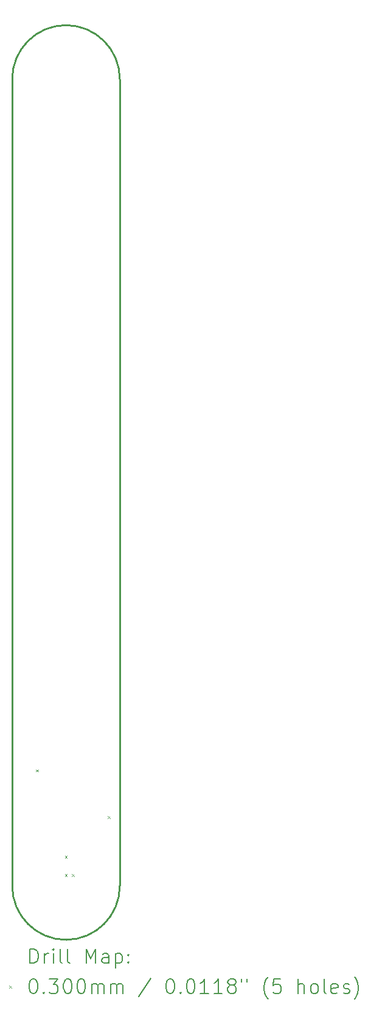
<source format=gbr>
%TF.GenerationSoftware,KiCad,Pcbnew,8.0.5*%
%TF.CreationDate,2025-09-23T17:33:13-05:00*%
%TF.ProjectId,test,74657374-2e6b-4696-9361-645f70636258,rev?*%
%TF.SameCoordinates,Original*%
%TF.FileFunction,Drillmap*%
%TF.FilePolarity,Positive*%
%FSLAX45Y45*%
G04 Gerber Fmt 4.5, Leading zero omitted, Abs format (unit mm)*
G04 Created by KiCad (PCBNEW 8.0.5) date 2025-09-23 17:33:13*
%MOMM*%
%LPD*%
G01*
G04 APERTURE LIST*
%ADD10C,0.254000*%
%ADD11C,0.200000*%
%ADD12C,0.100000*%
G04 APERTURE END LIST*
D10*
X15850950Y-15849050D02*
X15850950Y-15849050D01*
X15850950Y-3152050D02*
G75*
G02*
X16600000Y-3901100I0J-749050D01*
G01*
X16600000Y-3901100D02*
X16600000Y-15100000D01*
X16600000Y-15100000D02*
G75*
G02*
X15850950Y-15849050I-749050J0D01*
G01*
X15850950Y-3152050D02*
X15850950Y-3152050D01*
X15101900Y-3901100D02*
G75*
G02*
X15850950Y-3152050I749050J0D01*
G01*
X15101900Y-3901100D02*
X15101900Y-15100000D01*
X15850950Y-15849050D02*
G75*
G02*
X15101900Y-15100000I0J749050D01*
G01*
D11*
D12*
X15435000Y-13485000D02*
X15465000Y-13515000D01*
X15465000Y-13485000D02*
X15435000Y-13515000D01*
X15835000Y-14685000D02*
X15865000Y-14715000D01*
X15865000Y-14685000D02*
X15835000Y-14715000D01*
X15835000Y-14935000D02*
X15865000Y-14965000D01*
X15865000Y-14935000D02*
X15835000Y-14965000D01*
X15935000Y-14935000D02*
X15965000Y-14965000D01*
X15965000Y-14935000D02*
X15935000Y-14965000D01*
X16435000Y-14135000D02*
X16465000Y-14165000D01*
X16465000Y-14135000D02*
X16435000Y-14165000D01*
D11*
X15349977Y-16173234D02*
X15349977Y-15973234D01*
X15349977Y-15973234D02*
X15397596Y-15973234D01*
X15397596Y-15973234D02*
X15426167Y-15982758D01*
X15426167Y-15982758D02*
X15445215Y-16001805D01*
X15445215Y-16001805D02*
X15454739Y-16020853D01*
X15454739Y-16020853D02*
X15464262Y-16058948D01*
X15464262Y-16058948D02*
X15464262Y-16087520D01*
X15464262Y-16087520D02*
X15454739Y-16125615D01*
X15454739Y-16125615D02*
X15445215Y-16144662D01*
X15445215Y-16144662D02*
X15426167Y-16163710D01*
X15426167Y-16163710D02*
X15397596Y-16173234D01*
X15397596Y-16173234D02*
X15349977Y-16173234D01*
X15549977Y-16173234D02*
X15549977Y-16039900D01*
X15549977Y-16077996D02*
X15559500Y-16058948D01*
X15559500Y-16058948D02*
X15569024Y-16049424D01*
X15569024Y-16049424D02*
X15588072Y-16039900D01*
X15588072Y-16039900D02*
X15607120Y-16039900D01*
X15673786Y-16173234D02*
X15673786Y-16039900D01*
X15673786Y-15973234D02*
X15664262Y-15982758D01*
X15664262Y-15982758D02*
X15673786Y-15992281D01*
X15673786Y-15992281D02*
X15683310Y-15982758D01*
X15683310Y-15982758D02*
X15673786Y-15973234D01*
X15673786Y-15973234D02*
X15673786Y-15992281D01*
X15797596Y-16173234D02*
X15778548Y-16163710D01*
X15778548Y-16163710D02*
X15769024Y-16144662D01*
X15769024Y-16144662D02*
X15769024Y-15973234D01*
X15902358Y-16173234D02*
X15883310Y-16163710D01*
X15883310Y-16163710D02*
X15873786Y-16144662D01*
X15873786Y-16144662D02*
X15873786Y-15973234D01*
X16130929Y-16173234D02*
X16130929Y-15973234D01*
X16130929Y-15973234D02*
X16197596Y-16116091D01*
X16197596Y-16116091D02*
X16264262Y-15973234D01*
X16264262Y-15973234D02*
X16264262Y-16173234D01*
X16445215Y-16173234D02*
X16445215Y-16068472D01*
X16445215Y-16068472D02*
X16435691Y-16049424D01*
X16435691Y-16049424D02*
X16416643Y-16039900D01*
X16416643Y-16039900D02*
X16378548Y-16039900D01*
X16378548Y-16039900D02*
X16359500Y-16049424D01*
X16445215Y-16163710D02*
X16426167Y-16173234D01*
X16426167Y-16173234D02*
X16378548Y-16173234D01*
X16378548Y-16173234D02*
X16359500Y-16163710D01*
X16359500Y-16163710D02*
X16349977Y-16144662D01*
X16349977Y-16144662D02*
X16349977Y-16125615D01*
X16349977Y-16125615D02*
X16359500Y-16106567D01*
X16359500Y-16106567D02*
X16378548Y-16097043D01*
X16378548Y-16097043D02*
X16426167Y-16097043D01*
X16426167Y-16097043D02*
X16445215Y-16087520D01*
X16540453Y-16039900D02*
X16540453Y-16239900D01*
X16540453Y-16049424D02*
X16559500Y-16039900D01*
X16559500Y-16039900D02*
X16597596Y-16039900D01*
X16597596Y-16039900D02*
X16616643Y-16049424D01*
X16616643Y-16049424D02*
X16626167Y-16058948D01*
X16626167Y-16058948D02*
X16635691Y-16077996D01*
X16635691Y-16077996D02*
X16635691Y-16135139D01*
X16635691Y-16135139D02*
X16626167Y-16154186D01*
X16626167Y-16154186D02*
X16616643Y-16163710D01*
X16616643Y-16163710D02*
X16597596Y-16173234D01*
X16597596Y-16173234D02*
X16559500Y-16173234D01*
X16559500Y-16173234D02*
X16540453Y-16163710D01*
X16721405Y-16154186D02*
X16730929Y-16163710D01*
X16730929Y-16163710D02*
X16721405Y-16173234D01*
X16721405Y-16173234D02*
X16711881Y-16163710D01*
X16711881Y-16163710D02*
X16721405Y-16154186D01*
X16721405Y-16154186D02*
X16721405Y-16173234D01*
X16721405Y-16049424D02*
X16730929Y-16058948D01*
X16730929Y-16058948D02*
X16721405Y-16068472D01*
X16721405Y-16068472D02*
X16711881Y-16058948D01*
X16711881Y-16058948D02*
X16721405Y-16049424D01*
X16721405Y-16049424D02*
X16721405Y-16068472D01*
D12*
X15059200Y-16486750D02*
X15089200Y-16516750D01*
X15089200Y-16486750D02*
X15059200Y-16516750D01*
D11*
X15388072Y-16393234D02*
X15407120Y-16393234D01*
X15407120Y-16393234D02*
X15426167Y-16402758D01*
X15426167Y-16402758D02*
X15435691Y-16412281D01*
X15435691Y-16412281D02*
X15445215Y-16431329D01*
X15445215Y-16431329D02*
X15454739Y-16469424D01*
X15454739Y-16469424D02*
X15454739Y-16517043D01*
X15454739Y-16517043D02*
X15445215Y-16555139D01*
X15445215Y-16555139D02*
X15435691Y-16574186D01*
X15435691Y-16574186D02*
X15426167Y-16583710D01*
X15426167Y-16583710D02*
X15407120Y-16593234D01*
X15407120Y-16593234D02*
X15388072Y-16593234D01*
X15388072Y-16593234D02*
X15369024Y-16583710D01*
X15369024Y-16583710D02*
X15359500Y-16574186D01*
X15359500Y-16574186D02*
X15349977Y-16555139D01*
X15349977Y-16555139D02*
X15340453Y-16517043D01*
X15340453Y-16517043D02*
X15340453Y-16469424D01*
X15340453Y-16469424D02*
X15349977Y-16431329D01*
X15349977Y-16431329D02*
X15359500Y-16412281D01*
X15359500Y-16412281D02*
X15369024Y-16402758D01*
X15369024Y-16402758D02*
X15388072Y-16393234D01*
X15540453Y-16574186D02*
X15549977Y-16583710D01*
X15549977Y-16583710D02*
X15540453Y-16593234D01*
X15540453Y-16593234D02*
X15530929Y-16583710D01*
X15530929Y-16583710D02*
X15540453Y-16574186D01*
X15540453Y-16574186D02*
X15540453Y-16593234D01*
X15616643Y-16393234D02*
X15740453Y-16393234D01*
X15740453Y-16393234D02*
X15673786Y-16469424D01*
X15673786Y-16469424D02*
X15702358Y-16469424D01*
X15702358Y-16469424D02*
X15721405Y-16478948D01*
X15721405Y-16478948D02*
X15730929Y-16488472D01*
X15730929Y-16488472D02*
X15740453Y-16507520D01*
X15740453Y-16507520D02*
X15740453Y-16555139D01*
X15740453Y-16555139D02*
X15730929Y-16574186D01*
X15730929Y-16574186D02*
X15721405Y-16583710D01*
X15721405Y-16583710D02*
X15702358Y-16593234D01*
X15702358Y-16593234D02*
X15645215Y-16593234D01*
X15645215Y-16593234D02*
X15626167Y-16583710D01*
X15626167Y-16583710D02*
X15616643Y-16574186D01*
X15864262Y-16393234D02*
X15883310Y-16393234D01*
X15883310Y-16393234D02*
X15902358Y-16402758D01*
X15902358Y-16402758D02*
X15911881Y-16412281D01*
X15911881Y-16412281D02*
X15921405Y-16431329D01*
X15921405Y-16431329D02*
X15930929Y-16469424D01*
X15930929Y-16469424D02*
X15930929Y-16517043D01*
X15930929Y-16517043D02*
X15921405Y-16555139D01*
X15921405Y-16555139D02*
X15911881Y-16574186D01*
X15911881Y-16574186D02*
X15902358Y-16583710D01*
X15902358Y-16583710D02*
X15883310Y-16593234D01*
X15883310Y-16593234D02*
X15864262Y-16593234D01*
X15864262Y-16593234D02*
X15845215Y-16583710D01*
X15845215Y-16583710D02*
X15835691Y-16574186D01*
X15835691Y-16574186D02*
X15826167Y-16555139D01*
X15826167Y-16555139D02*
X15816643Y-16517043D01*
X15816643Y-16517043D02*
X15816643Y-16469424D01*
X15816643Y-16469424D02*
X15826167Y-16431329D01*
X15826167Y-16431329D02*
X15835691Y-16412281D01*
X15835691Y-16412281D02*
X15845215Y-16402758D01*
X15845215Y-16402758D02*
X15864262Y-16393234D01*
X16054739Y-16393234D02*
X16073786Y-16393234D01*
X16073786Y-16393234D02*
X16092834Y-16402758D01*
X16092834Y-16402758D02*
X16102358Y-16412281D01*
X16102358Y-16412281D02*
X16111881Y-16431329D01*
X16111881Y-16431329D02*
X16121405Y-16469424D01*
X16121405Y-16469424D02*
X16121405Y-16517043D01*
X16121405Y-16517043D02*
X16111881Y-16555139D01*
X16111881Y-16555139D02*
X16102358Y-16574186D01*
X16102358Y-16574186D02*
X16092834Y-16583710D01*
X16092834Y-16583710D02*
X16073786Y-16593234D01*
X16073786Y-16593234D02*
X16054739Y-16593234D01*
X16054739Y-16593234D02*
X16035691Y-16583710D01*
X16035691Y-16583710D02*
X16026167Y-16574186D01*
X16026167Y-16574186D02*
X16016643Y-16555139D01*
X16016643Y-16555139D02*
X16007120Y-16517043D01*
X16007120Y-16517043D02*
X16007120Y-16469424D01*
X16007120Y-16469424D02*
X16016643Y-16431329D01*
X16016643Y-16431329D02*
X16026167Y-16412281D01*
X16026167Y-16412281D02*
X16035691Y-16402758D01*
X16035691Y-16402758D02*
X16054739Y-16393234D01*
X16207120Y-16593234D02*
X16207120Y-16459900D01*
X16207120Y-16478948D02*
X16216643Y-16469424D01*
X16216643Y-16469424D02*
X16235691Y-16459900D01*
X16235691Y-16459900D02*
X16264262Y-16459900D01*
X16264262Y-16459900D02*
X16283310Y-16469424D01*
X16283310Y-16469424D02*
X16292834Y-16488472D01*
X16292834Y-16488472D02*
X16292834Y-16593234D01*
X16292834Y-16488472D02*
X16302358Y-16469424D01*
X16302358Y-16469424D02*
X16321405Y-16459900D01*
X16321405Y-16459900D02*
X16349977Y-16459900D01*
X16349977Y-16459900D02*
X16369024Y-16469424D01*
X16369024Y-16469424D02*
X16378548Y-16488472D01*
X16378548Y-16488472D02*
X16378548Y-16593234D01*
X16473786Y-16593234D02*
X16473786Y-16459900D01*
X16473786Y-16478948D02*
X16483310Y-16469424D01*
X16483310Y-16469424D02*
X16502358Y-16459900D01*
X16502358Y-16459900D02*
X16530929Y-16459900D01*
X16530929Y-16459900D02*
X16549977Y-16469424D01*
X16549977Y-16469424D02*
X16559501Y-16488472D01*
X16559501Y-16488472D02*
X16559501Y-16593234D01*
X16559501Y-16488472D02*
X16569024Y-16469424D01*
X16569024Y-16469424D02*
X16588072Y-16459900D01*
X16588072Y-16459900D02*
X16616643Y-16459900D01*
X16616643Y-16459900D02*
X16635691Y-16469424D01*
X16635691Y-16469424D02*
X16645215Y-16488472D01*
X16645215Y-16488472D02*
X16645215Y-16593234D01*
X17035691Y-16383710D02*
X16864263Y-16640853D01*
X17292834Y-16393234D02*
X17311882Y-16393234D01*
X17311882Y-16393234D02*
X17330929Y-16402758D01*
X17330929Y-16402758D02*
X17340453Y-16412281D01*
X17340453Y-16412281D02*
X17349977Y-16431329D01*
X17349977Y-16431329D02*
X17359501Y-16469424D01*
X17359501Y-16469424D02*
X17359501Y-16517043D01*
X17359501Y-16517043D02*
X17349977Y-16555139D01*
X17349977Y-16555139D02*
X17340453Y-16574186D01*
X17340453Y-16574186D02*
X17330929Y-16583710D01*
X17330929Y-16583710D02*
X17311882Y-16593234D01*
X17311882Y-16593234D02*
X17292834Y-16593234D01*
X17292834Y-16593234D02*
X17273786Y-16583710D01*
X17273786Y-16583710D02*
X17264263Y-16574186D01*
X17264263Y-16574186D02*
X17254739Y-16555139D01*
X17254739Y-16555139D02*
X17245215Y-16517043D01*
X17245215Y-16517043D02*
X17245215Y-16469424D01*
X17245215Y-16469424D02*
X17254739Y-16431329D01*
X17254739Y-16431329D02*
X17264263Y-16412281D01*
X17264263Y-16412281D02*
X17273786Y-16402758D01*
X17273786Y-16402758D02*
X17292834Y-16393234D01*
X17445215Y-16574186D02*
X17454739Y-16583710D01*
X17454739Y-16583710D02*
X17445215Y-16593234D01*
X17445215Y-16593234D02*
X17435691Y-16583710D01*
X17435691Y-16583710D02*
X17445215Y-16574186D01*
X17445215Y-16574186D02*
X17445215Y-16593234D01*
X17578548Y-16393234D02*
X17597596Y-16393234D01*
X17597596Y-16393234D02*
X17616644Y-16402758D01*
X17616644Y-16402758D02*
X17626167Y-16412281D01*
X17626167Y-16412281D02*
X17635691Y-16431329D01*
X17635691Y-16431329D02*
X17645215Y-16469424D01*
X17645215Y-16469424D02*
X17645215Y-16517043D01*
X17645215Y-16517043D02*
X17635691Y-16555139D01*
X17635691Y-16555139D02*
X17626167Y-16574186D01*
X17626167Y-16574186D02*
X17616644Y-16583710D01*
X17616644Y-16583710D02*
X17597596Y-16593234D01*
X17597596Y-16593234D02*
X17578548Y-16593234D01*
X17578548Y-16593234D02*
X17559501Y-16583710D01*
X17559501Y-16583710D02*
X17549977Y-16574186D01*
X17549977Y-16574186D02*
X17540453Y-16555139D01*
X17540453Y-16555139D02*
X17530929Y-16517043D01*
X17530929Y-16517043D02*
X17530929Y-16469424D01*
X17530929Y-16469424D02*
X17540453Y-16431329D01*
X17540453Y-16431329D02*
X17549977Y-16412281D01*
X17549977Y-16412281D02*
X17559501Y-16402758D01*
X17559501Y-16402758D02*
X17578548Y-16393234D01*
X17835691Y-16593234D02*
X17721406Y-16593234D01*
X17778548Y-16593234D02*
X17778548Y-16393234D01*
X17778548Y-16393234D02*
X17759501Y-16421805D01*
X17759501Y-16421805D02*
X17740453Y-16440853D01*
X17740453Y-16440853D02*
X17721406Y-16450377D01*
X18026167Y-16593234D02*
X17911882Y-16593234D01*
X17969025Y-16593234D02*
X17969025Y-16393234D01*
X17969025Y-16393234D02*
X17949977Y-16421805D01*
X17949977Y-16421805D02*
X17930929Y-16440853D01*
X17930929Y-16440853D02*
X17911882Y-16450377D01*
X18140453Y-16478948D02*
X18121406Y-16469424D01*
X18121406Y-16469424D02*
X18111882Y-16459900D01*
X18111882Y-16459900D02*
X18102358Y-16440853D01*
X18102358Y-16440853D02*
X18102358Y-16431329D01*
X18102358Y-16431329D02*
X18111882Y-16412281D01*
X18111882Y-16412281D02*
X18121406Y-16402758D01*
X18121406Y-16402758D02*
X18140453Y-16393234D01*
X18140453Y-16393234D02*
X18178548Y-16393234D01*
X18178548Y-16393234D02*
X18197596Y-16402758D01*
X18197596Y-16402758D02*
X18207120Y-16412281D01*
X18207120Y-16412281D02*
X18216644Y-16431329D01*
X18216644Y-16431329D02*
X18216644Y-16440853D01*
X18216644Y-16440853D02*
X18207120Y-16459900D01*
X18207120Y-16459900D02*
X18197596Y-16469424D01*
X18197596Y-16469424D02*
X18178548Y-16478948D01*
X18178548Y-16478948D02*
X18140453Y-16478948D01*
X18140453Y-16478948D02*
X18121406Y-16488472D01*
X18121406Y-16488472D02*
X18111882Y-16497996D01*
X18111882Y-16497996D02*
X18102358Y-16517043D01*
X18102358Y-16517043D02*
X18102358Y-16555139D01*
X18102358Y-16555139D02*
X18111882Y-16574186D01*
X18111882Y-16574186D02*
X18121406Y-16583710D01*
X18121406Y-16583710D02*
X18140453Y-16593234D01*
X18140453Y-16593234D02*
X18178548Y-16593234D01*
X18178548Y-16593234D02*
X18197596Y-16583710D01*
X18197596Y-16583710D02*
X18207120Y-16574186D01*
X18207120Y-16574186D02*
X18216644Y-16555139D01*
X18216644Y-16555139D02*
X18216644Y-16517043D01*
X18216644Y-16517043D02*
X18207120Y-16497996D01*
X18207120Y-16497996D02*
X18197596Y-16488472D01*
X18197596Y-16488472D02*
X18178548Y-16478948D01*
X18292834Y-16393234D02*
X18292834Y-16431329D01*
X18369025Y-16393234D02*
X18369025Y-16431329D01*
X18664263Y-16669424D02*
X18654739Y-16659900D01*
X18654739Y-16659900D02*
X18635691Y-16631329D01*
X18635691Y-16631329D02*
X18626168Y-16612281D01*
X18626168Y-16612281D02*
X18616644Y-16583710D01*
X18616644Y-16583710D02*
X18607120Y-16536091D01*
X18607120Y-16536091D02*
X18607120Y-16497996D01*
X18607120Y-16497996D02*
X18616644Y-16450377D01*
X18616644Y-16450377D02*
X18626168Y-16421805D01*
X18626168Y-16421805D02*
X18635691Y-16402758D01*
X18635691Y-16402758D02*
X18654739Y-16374186D01*
X18654739Y-16374186D02*
X18664263Y-16364662D01*
X18835691Y-16393234D02*
X18740453Y-16393234D01*
X18740453Y-16393234D02*
X18730929Y-16488472D01*
X18730929Y-16488472D02*
X18740453Y-16478948D01*
X18740453Y-16478948D02*
X18759501Y-16469424D01*
X18759501Y-16469424D02*
X18807120Y-16469424D01*
X18807120Y-16469424D02*
X18826168Y-16478948D01*
X18826168Y-16478948D02*
X18835691Y-16488472D01*
X18835691Y-16488472D02*
X18845215Y-16507520D01*
X18845215Y-16507520D02*
X18845215Y-16555139D01*
X18845215Y-16555139D02*
X18835691Y-16574186D01*
X18835691Y-16574186D02*
X18826168Y-16583710D01*
X18826168Y-16583710D02*
X18807120Y-16593234D01*
X18807120Y-16593234D02*
X18759501Y-16593234D01*
X18759501Y-16593234D02*
X18740453Y-16583710D01*
X18740453Y-16583710D02*
X18730929Y-16574186D01*
X19083310Y-16593234D02*
X19083310Y-16393234D01*
X19169025Y-16593234D02*
X19169025Y-16488472D01*
X19169025Y-16488472D02*
X19159501Y-16469424D01*
X19159501Y-16469424D02*
X19140453Y-16459900D01*
X19140453Y-16459900D02*
X19111882Y-16459900D01*
X19111882Y-16459900D02*
X19092834Y-16469424D01*
X19092834Y-16469424D02*
X19083310Y-16478948D01*
X19292834Y-16593234D02*
X19273787Y-16583710D01*
X19273787Y-16583710D02*
X19264263Y-16574186D01*
X19264263Y-16574186D02*
X19254739Y-16555139D01*
X19254739Y-16555139D02*
X19254739Y-16497996D01*
X19254739Y-16497996D02*
X19264263Y-16478948D01*
X19264263Y-16478948D02*
X19273787Y-16469424D01*
X19273787Y-16469424D02*
X19292834Y-16459900D01*
X19292834Y-16459900D02*
X19321406Y-16459900D01*
X19321406Y-16459900D02*
X19340453Y-16469424D01*
X19340453Y-16469424D02*
X19349977Y-16478948D01*
X19349977Y-16478948D02*
X19359501Y-16497996D01*
X19359501Y-16497996D02*
X19359501Y-16555139D01*
X19359501Y-16555139D02*
X19349977Y-16574186D01*
X19349977Y-16574186D02*
X19340453Y-16583710D01*
X19340453Y-16583710D02*
X19321406Y-16593234D01*
X19321406Y-16593234D02*
X19292834Y-16593234D01*
X19473787Y-16593234D02*
X19454739Y-16583710D01*
X19454739Y-16583710D02*
X19445215Y-16564662D01*
X19445215Y-16564662D02*
X19445215Y-16393234D01*
X19626168Y-16583710D02*
X19607120Y-16593234D01*
X19607120Y-16593234D02*
X19569025Y-16593234D01*
X19569025Y-16593234D02*
X19549977Y-16583710D01*
X19549977Y-16583710D02*
X19540453Y-16564662D01*
X19540453Y-16564662D02*
X19540453Y-16488472D01*
X19540453Y-16488472D02*
X19549977Y-16469424D01*
X19549977Y-16469424D02*
X19569025Y-16459900D01*
X19569025Y-16459900D02*
X19607120Y-16459900D01*
X19607120Y-16459900D02*
X19626168Y-16469424D01*
X19626168Y-16469424D02*
X19635691Y-16488472D01*
X19635691Y-16488472D02*
X19635691Y-16507520D01*
X19635691Y-16507520D02*
X19540453Y-16526567D01*
X19711882Y-16583710D02*
X19730930Y-16593234D01*
X19730930Y-16593234D02*
X19769025Y-16593234D01*
X19769025Y-16593234D02*
X19788072Y-16583710D01*
X19788072Y-16583710D02*
X19797596Y-16564662D01*
X19797596Y-16564662D02*
X19797596Y-16555139D01*
X19797596Y-16555139D02*
X19788072Y-16536091D01*
X19788072Y-16536091D02*
X19769025Y-16526567D01*
X19769025Y-16526567D02*
X19740453Y-16526567D01*
X19740453Y-16526567D02*
X19721406Y-16517043D01*
X19721406Y-16517043D02*
X19711882Y-16497996D01*
X19711882Y-16497996D02*
X19711882Y-16488472D01*
X19711882Y-16488472D02*
X19721406Y-16469424D01*
X19721406Y-16469424D02*
X19740453Y-16459900D01*
X19740453Y-16459900D02*
X19769025Y-16459900D01*
X19769025Y-16459900D02*
X19788072Y-16469424D01*
X19864263Y-16669424D02*
X19873787Y-16659900D01*
X19873787Y-16659900D02*
X19892834Y-16631329D01*
X19892834Y-16631329D02*
X19902358Y-16612281D01*
X19902358Y-16612281D02*
X19911882Y-16583710D01*
X19911882Y-16583710D02*
X19921406Y-16536091D01*
X19921406Y-16536091D02*
X19921406Y-16497996D01*
X19921406Y-16497996D02*
X19911882Y-16450377D01*
X19911882Y-16450377D02*
X19902358Y-16421805D01*
X19902358Y-16421805D02*
X19892834Y-16402758D01*
X19892834Y-16402758D02*
X19873787Y-16374186D01*
X19873787Y-16374186D02*
X19864263Y-16364662D01*
M02*

</source>
